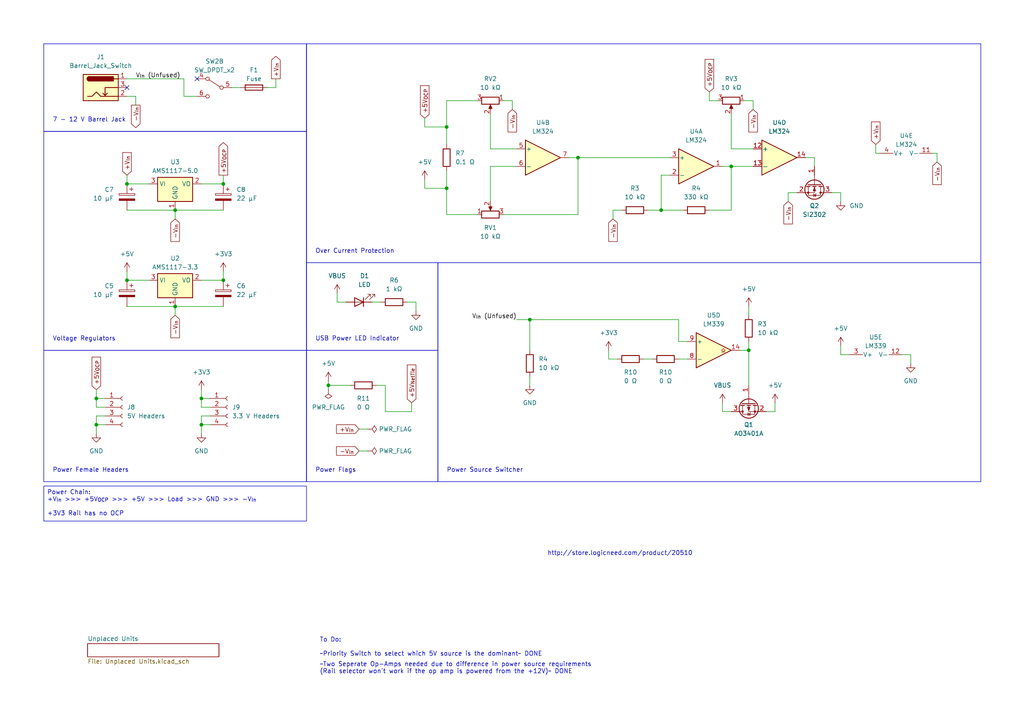
<source format=kicad_sch>
(kicad_sch (version 20230121) (generator eeschema)
  (paper "A4")
  (title_block (title "ATMEGA32A AVR Kit") (date "2023-12-22") (rev "C2.4") (company "Team Exotic") (comment 1 "Author: Morad Tamer"))
  (lib_symbols
    (symbol "Amplifier_Operational:LM324" (pin_names (offset 0.127))
      (property "Reference" "U" (at 0 5.08 0))
      (property "Value" "LM324" (at 0 -5.08 0))
      (symbol "LM324_1_1"
        (polyline (pts (xy -5.08 5.08) (xy 5.08 0) (xy -5.08 -5.08) (xy -5.08 5.08)) (stroke (width 0.254)) (fill (type background)))
        (pin output line (at 7.62 0 180) (length 2.54) (name "~") (number "1"))
        (pin input line (at -7.62 -2.54 0) (length 2.54) (name "-") (number "2"))
        (pin input line (at -7.62 2.54 0) (length 2.54) (name "+") (number "3"))
      )
      (symbol "LM324_2_1"
        (polyline (pts (xy -5.08 5.08) (xy 5.08 0) (xy -5.08 -5.08) (xy -5.08 5.08)) (stroke (width 0.254)) (fill (type background)))
        (pin input line (at -7.62 2.54 0) (length 2.54) (name "+") (number "5"))
        (pin input line (at -7.62 -2.54 0) (length 2.54) (name "-") (number "6"))
        (pin output line (at 7.62 0 180) (length 2.54) (name "~") (number "7"))
      )
      (symbol "LM324_3_1"
        (polyline (pts (xy -5.08 5.08) (xy 5.08 0) (xy -5.08 -5.08) (xy -5.08 5.08)) (stroke (width 0.254)) (fill (type background)))
        (pin input line (at -7.62 2.54 0) (length 2.54) (name "+") (number "10"))
        (pin output line (at 7.62 0 180) (length 2.54) (name "~") (number "8"))
        (pin input line (at -7.62 -2.54 0) (length 2.54) (name "-") (number "9"))
      )
      (symbol "LM324_4_1"
        (polyline (pts (xy -5.08 5.08) (xy 5.08 0) (xy -5.08 -5.08) (xy -5.08 5.08)) (stroke (width 0.254)) (fill (type background)))
        (pin input line (at -7.62 2.54 0) (length 2.54) (name "+") (number "12"))
        (pin input line (at -7.62 -2.54 0) (length 2.54) (name "-") (number "13"))
        (pin output line (at 7.62 0 180) (length 2.54) (name "~") (number "14"))
      )
      (symbol "LM324_5_1"
        (pin power_in line (at -2.54 -7.62 90) (length 3.81) (name "V-") (number "11"))
        (pin power_in line (at -2.54 7.62 270) (length 3.81) (name "V+") (number "4"))
      )
    )
    (symbol "Comparator:LM339" (pin_names (offset 0.127))
      (property "Reference" "U" (at 0 5.08 0))
      (property "Value" "LM339" (at 0 -5.08 0))
      (symbol "LM339_1_1"
        (polyline (pts (xy -5.08 5.08) (xy 5.08 0) (xy -5.08 -5.08) (xy -5.08 5.08)) (stroke (width 0.254)) (fill (type background)))
        (polyline (pts (xy 3.302 -0.508) (xy 2.794 -0.508) (xy 3.302 0) (xy 2.794 0.508) (xy 2.286 0) (xy 2.794 -0.508) (xy 2.286 -0.508)) (stroke (width 0.127)))
        (pin open_collector line (at 7.62 0 180) (length 2.54) (name "~") (number "2"))
        (pin input line (at -7.62 -2.54 0) (length 2.54) (name "-") (number "4"))
        (pin input line (at -7.62 2.54 0) (length 2.54) (name "+") (number "5"))
      )
      (symbol "LM339_2_1"
        (polyline (pts (xy -5.08 5.08) (xy 5.08 0) (xy -5.08 -5.08) (xy -5.08 5.08)) (stroke (width 0.254)) (fill (type background)))
        (polyline (pts (xy 3.302 -0.508) (xy 2.794 -0.508) (xy 3.302 0) (xy 2.794 0.508) (xy 2.286 0) (xy 2.794 -0.508) (xy 2.286 -0.508)) (stroke (width 0.127)))
        (pin open_collector line (at 7.62 0 180) (length 2.54) (name "~") (number "1"))
        (pin input line (at -7.62 -2.54 0) (length 2.54) (name "-") (number "6"))
        (pin input line (at -7.62 2.54 0) (length 2.54) (name "+") (number "7"))
      )
      (symbol "LM339_3_1"
        (polyline (pts (xy -5.08 5.08) (xy 5.08 0) (xy -5.08 -5.08) (xy -5.08 5.08)) (stroke (width 0.254)) (fill (type background)))
        (polyline (pts (xy 3.302 -0.508) (xy 2.794 -0.508) (xy 3.302 0) (xy 2.794 0.508) (xy 2.286 0) (xy 2.794 -0.508) (xy 2.286 -0.508)) (stroke (width 0.127)))
        (pin input line (at -7.62 -2.54 0) (length 2.54) (name "-") (number "10"))
        (pin input line (at -7.62 2.54 0) (length 2.54) (name "+") (number "11"))
        (pin open_collector line (at 7.62 0 180) (length 2.54) (name "~") (number "13"))
      )
      (symbol "LM339_4_1"
        (polyline (pts (xy -5.08 5.08) (xy 5.08 0) (xy -5.08 -5.08) (xy -5.08 5.08)) (stroke (width 0.254)) (fill (type background)))
        (polyline (pts (xy 3.302 -0.508) (xy 2.794 -0.508) (xy 3.302 0) (xy 2.794 0.508) (xy 2.286 0) (xy 2.794 -0.508) (xy 2.286 -0.508)) (stroke (width 0.127)))
        (pin open_collector line (at 7.62 0 180) (length 2.54) (name "~") (number "14"))
        (pin input line (at -7.62 -2.54 0) (length 2.54) (name "-") (number "8"))
        (pin input line (at -7.62 2.54 0) (length 2.54) (name "+") (number "9"))
      )
      (symbol "LM339_5_1"
        (pin power_in line (at -2.54 -7.62 90) (length 3.81) (name "V-") (number "12"))
        (pin power_in line (at -2.54 7.62 270) (length 3.81) (name "V+") (number "3"))
      )
    )
    (symbol "Connector:Barrel_Jack_Switch" (pin_names hide)
      (property "Reference" "J" (at 0 5.334 0))
      (property "Value" "Barrel_Jack_Switch" (at 0 -5.08 0))
      (symbol "Barrel_Jack_Switch_0_1"
        (rectangle (start -5.08 3.81) (end 5.08 -3.81) (stroke (width 0.254)) (fill (type background)))
        (arc (start -3.302 3.175) (mid -3.9343 2.54) (end -3.302 1.905) (stroke (width 0.254)))
        (arc (start -3.302 3.175) (mid -3.9343 2.54) (end -3.302 1.905) (stroke (width 0.254)) (fill (type outline)))
        (polyline (pts (xy 1.27 -2.286) (xy 1.905 -1.651)) (stroke (width 0.254)))
        (polyline (pts (xy 5.08 2.54) (xy 3.81 2.54)) (stroke (width 0.254)))
        (polyline (pts (xy 5.08 0) (xy 1.27 0) (xy 1.27 -2.286) (xy 0.635 -1.651)) (stroke (width 0.254)))
        (polyline (pts (xy -3.81 -2.54) (xy -2.54 -2.54) (xy -1.27 -1.27) (xy 0 -2.54) (xy 2.54 -2.54) (xy 5.08 -2.54)) (stroke (width 0.254)))
        (rectangle (start 3.683 3.175) (end -3.302 1.905) (stroke (width 0.254)) (fill (type outline)))
      )
      (symbol "Barrel_Jack_Switch_1_1"
        (pin passive line (at 7.62 2.54 180) (length 2.54) (name "~") (number "1"))
        (pin passive line (at 7.62 -2.54 180) (length 2.54) (name "~") (number "2"))
        (pin passive line (at 7.62 0 180) (length 2.54) (name "~") (number "3"))
      )
    )
    (symbol "Connector:Conn_01x04_Socket" (pin_names (offset 1.016) hide)
      (property "Reference" "J" (at 0 5.08 0))
      (property "Value" "Conn_01x04_Socket" (at 0 -7.62 0))
      (symbol "Conn_01x04_Socket_1_1"
        (arc (start 0 -4.572) (mid -0.5058 -5.08) (end 0 -5.588) (stroke (width 0.1524)))
        (arc (start 0 -2.032) (mid -0.5058 -2.54) (end 0 -3.048) (stroke (width 0.1524)))
        (polyline (pts (xy -1.27 -5.08) (xy -0.508 -5.08)) (stroke (width 0.1524)))
        (polyline (pts (xy -1.27 -2.54) (xy -0.508 -2.54)) (stroke (width 0.1524)))
        (polyline (pts (xy -1.27 0) (xy -0.508 0)) (stroke (width 0.1524)))
        (polyline (pts (xy -1.27 2.54) (xy -0.508 2.54)) (stroke (width 0.1524)))
        (arc (start 0 0.508) (mid -0.5058 0) (end 0 -0.508) (stroke (width 0.1524)))
        (arc (start 0 3.048) (mid -0.5058 2.54) (end 0 2.032) (stroke (width 0.1524)))
        (pin passive line (at -5.08 2.54 0) (length 3.81) (name "Pin_1") (number "1"))
        (pin passive line (at -5.08 0 0) (length 3.81) (name "Pin_2") (number "2"))
        (pin passive line (at -5.08 -2.54 0) (length 3.81) (name "Pin_3") (number "3"))
        (pin passive line (at -5.08 -5.08 0) (length 3.81) (name "Pin_4") (number "4"))
      )
    )
    (symbol "Device:C_Polarized" (pin_numbers hide) (pin_names (offset 0.254))
      (property "Reference" "C" (at 0.635 2.54 0))
      (property "Value" "C_Polarized" (at 0.635 -2.54 0))
      (symbol "C_Polarized_0_1"
        (rectangle (start -2.286 0.508) (end 2.286 1.016))
        (polyline (pts (xy -1.778 2.286) (xy -0.762 2.286)))
        (polyline (pts (xy -1.27 2.794) (xy -1.27 1.778)))
        (rectangle (start 2.286 -0.508) (end -2.286 -1.016) (fill (type outline)))
      )
      (symbol "C_Polarized_1_1"
        (pin passive line (at 0 3.81 270) (length 2.794) (name "~") (number "1"))
        (pin passive line (at 0 -3.81 90) (length 2.794) (name "~") (number "2"))
      )
    )
    (symbol "Device:Fuse" (pin_numbers hide) (pin_names (offset 0))
      (property "Reference" "F" (at 2.032 0 90))
      (property "Value" "Fuse" (at -1.905 0 90))
      (symbol "Fuse_0_1"
        (rectangle (start -0.762 -2.54) (end 0.762 2.54) (stroke (width 0.254)))
        (polyline (pts (xy 0 2.54) (xy 0 -2.54)))
      )
      (symbol "Fuse_1_1"
        (pin passive line (at 0 3.81 270) (length 1.27) (name "~") (number "1"))
        (pin passive line (at 0 -3.81 90) (length 1.27) (name "~") (number "2"))
      )
    )
    (symbol "Device:LED" (pin_numbers hide) (pin_names (offset 1.016) hide)
      (property "Reference" "D" (at 0 2.54 0))
      (property "Value" "LED" (at 0 -2.54 0))
      (symbol "LED_0_1"
        (polyline (pts (xy -1.27 -1.27) (xy -1.27 1.27)) (stroke (width 0.254)))
        (polyline (pts (xy -1.27 0) (xy 1.27 0)))
        (polyline (pts (xy 1.27 -1.27) (xy 1.27 1.27) (xy -1.27 0) (xy 1.27 -1.27)) (stroke (width 0.254)))
        (polyline (pts (xy -3.048 -0.762) (xy -4.572 -2.286) (xy -3.81 -2.286) (xy -4.572 -2.286) (xy -4.572 -1.524)))
        (polyline (pts (xy -1.778 -0.762) (xy -3.302 -2.286) (xy -2.54 -2.286) (xy -3.302 -2.286) (xy -3.302 -1.524)))
      )
      (symbol "LED_1_1"
        (pin passive line (at -3.81 0 0) (length 2.54) (name "K") (number "1"))
        (pin passive line (at 3.81 0 180) (length 2.54) (name "A") (number "2"))
      )
    )
    (symbol "Device:R" (pin_numbers hide) (pin_names (offset 0))
      (property "Reference" "R" (at 2.032 0 90))
      (property "Value" "R" (at 0 0 90))
      (symbol "R_0_1"
        (rectangle (start -1.016 -2.54) (end 1.016 2.54) (stroke (width 0.254)))
      )
      (symbol "R_1_1"
        (pin passive line (at 0 3.81 270) (length 1.27) (name "~") (number "1"))
        (pin passive line (at 0 -3.81 90) (length 1.27) (name "~") (number "2"))
      )
    )
    (symbol "Device:R_Potentiometer" (pin_names (offset 1.016) hide)
      (property "Reference" "RV" (at -4.445 0 90))
      (property "Value" "R_Potentiometer" (at -2.54 0 90))
      (symbol "R_Potentiometer_0_1"
        (polyline (pts (xy 2.54 0) (xy 1.524 0)))
        (polyline (pts (xy 1.143 0) (xy 2.286 0.508) (xy 2.286 -0.508) (xy 1.143 0)) (fill (type outline)))
        (rectangle (start 1.016 2.54) (end -1.016 -2.54) (stroke (width 0.254)))
      )
      (symbol "R_Potentiometer_1_1"
        (pin passive line (at 0 3.81 270) (length 1.27) (name "1") (number "1"))
        (pin passive line (at 3.81 0 180) (length 1.27) (name "2") (number "2"))
        (pin passive line (at 0 -3.81 90) (length 1.27) (name "3") (number "3"))
      )
    )
    (symbol "M's Library:SI2302" (pin_names hide)
      (property "Reference" "Q" (at 5.08 1.905 0))
      (property "Value" "SI2302" (at 5.08 0 0))
      (symbol "SI2302_0_1"
        (polyline (pts (xy 0.254 0) (xy -2.54 0)))
        (polyline (pts (xy 0.254 1.905) (xy 0.254 -1.905)) (stroke (width 0.254)))
        (polyline (pts (xy 0.762 -1.27) (xy 0.762 -2.286)) (stroke (width 0.254)))
        (polyline (pts (xy 0.762 0.508) (xy 0.762 -0.508)) (stroke (width 0.254)))
        (polyline (pts (xy 0.762 2.286) (xy 0.762 1.27)) (stroke (width 0.254)))
        (polyline (pts (xy 2.54 2.54) (xy 2.54 1.778)))
        (polyline (pts (xy 2.54 -2.54) (xy 2.54 0) (xy 0.762 0)))
        (polyline (pts (xy 0.762 -1.778) (xy 3.302 -1.778) (xy 3.302 1.778) (xy 0.762 1.778)))
        (polyline (pts (xy 1.016 0) (xy 2.032 0.381) (xy 2.032 -0.381) (xy 1.016 0)) (fill (type outline)))
        (polyline (pts (xy 2.794 0.508) (xy 2.921 0.381) (xy 3.683 0.381) (xy 3.81 0.254)))
        (polyline (pts (xy 3.302 0.381) (xy 2.921 -0.254) (xy 3.683 -0.254) (xy 3.302 0.381)))
        (circle (center 1.651 0) (radius 2.794) (stroke (width 0.254)))
        (circle (center 2.54 -1.778) (radius 0.254) (fill (type outline)))
        (circle (center 2.54 1.778) (radius 0.254) (fill (type outline)))
      )
      (symbol "SI2302_1_1"
        (pin input line (at -5.08 0 0) (length 2.54) (name "G") (number "1"))
        (pin passive line (at 2.54 -5.08 90) (length 2.54) (name "S") (number "2"))
        (pin passive line (at 2.54 5.08 270) (length 2.54) (name "D") (number "3"))
      )
    )
    (symbol "Regulator_Linear:AMS1117-3.3"
      (property "Reference" "U" (at -3.81 3.175 0))
      (property "Value" "AMS1117-3.3" (at 0 3.175 0))
      (symbol "AMS1117-3.3_0_1"
        (rectangle (start -5.08 -5.08) (end 5.08 1.905) (stroke (width 0.254)) (fill (type background)))
      )
      (symbol "AMS1117-3.3_1_1"
        (pin power_in line (at 0 -7.62 90) (length 2.54) (name "GND") (number "1"))
        (pin power_out line (at 7.62 0 180) (length 2.54) (name "VO") (number "2"))
        (pin power_in line (at -7.62 0 0) (length 2.54) (name "VI") (number "3"))
      )
    )
    (symbol "Regulator_Linear:AMS1117-5.0"
      (property "Reference" "U" (at -3.81 3.175 0))
      (property "Value" "AMS1117-5.0" (at 0 3.175 0))
      (symbol "AMS1117-5.0_0_1"
        (rectangle (start -5.08 -5.08) (end 5.08 1.905) (stroke (width 0.254)) (fill (type background)))
      )
      (symbol "AMS1117-5.0_1_1"
        (pin power_in line (at 0 -7.62 90) (length 2.54) (name "GND") (number "1"))
        (pin power_out line (at 7.62 0 180) (length 2.54) (name "VO") (number "2"))
        (pin power_in line (at -7.62 0 0) (length 2.54) (name "VI") (number "3"))
      )
    )
    (symbol "Switch:SW_DPDT_x2" (pin_names (offset 0) hide)
      (property "Reference" "SW" (at 0 4.318 0))
      (property "Value" "SW_DPDT_x2" (at 0 -5.08 0))
      (symbol "SW_DPDT_x2_0_0"
        (circle (center -2.032 0) (radius 0.508))
        (circle (center 2.032 -2.54) (radius 0.508))
      )
      (symbol "SW_DPDT_x2_0_1"
        (polyline (pts (xy -1.524 0.254) (xy 1.651 2.286)))
        (circle (center 2.032 2.54) (radius 0.508))
      )
      (symbol "SW_DPDT_x2_1_1"
        (pin passive line (at 5.08 2.54 180) (length 2.54) (name "A") (number "1"))
        (pin passive line (at -5.08 0 0) (length 2.54) (name "B") (number "2"))
        (pin passive line (at 5.08 -2.54 180) (length 2.54) (name "C") (number "3"))
      )
      (symbol "SW_DPDT_x2_2_1"
        (pin passive line (at 5.08 2.54 180) (length 2.54) (name "A") (number "4"))
        (pin passive line (at -5.08 0 0) (length 2.54) (name "B") (number "5"))
        (pin passive line (at 5.08 -2.54 180) (length 2.54) (name "C") (number "6"))
      )
    )
    (symbol "Transistor_FET:AO3401A" (pin_names hide)
      (property "Reference" "Q" (at 5.08 1.905 0))
      (property "Value" "AO3401A" (at 5.08 0 0))
      (symbol "AO3401A_0_1"
        (polyline (pts (xy 0.254 0) (xy -2.54 0)))
        (polyline (pts (xy 0.254 1.905) (xy 0.254 -1.905)) (stroke (width 0.254)))
        (polyline (pts (xy 0.762 -1.27) (xy 0.762 -2.286)) (stroke (width 0.254)))
        (polyline (pts (xy 0.762 0.508) (xy 0.762 -0.508)) (stroke (width 0.254)))
        (polyline (pts (xy 0.762 2.286) (xy 0.762 1.27)) (stroke (width 0.254)))
        (polyline (pts (xy 2.54 2.54) (xy 2.54 1.778)))
        (polyline (pts (xy 2.54 -2.54) (xy 2.54 0) (xy 0.762 0)))
        (polyline (pts (xy 0.762 1.778) (xy 3.302 1.778) (xy 3.302 -1.778) (xy 0.762 -1.778)))
        (polyline (pts (xy 2.286 0) (xy 1.27 0.381) (xy 1.27 -0.381) (xy 2.286 0)) (fill (type outline)))
        (polyline (pts (xy 2.794 -0.508) (xy 2.921 -0.381) (xy 3.683 -0.381) (xy 3.81 -0.254)))
        (polyline (pts (xy 3.302 -0.381) (xy 2.921 0.254) (xy 3.683 0.254) (xy 3.302 -0.381)))
        (circle (center 1.651 0) (radius 2.794) (stroke (width 0.254)))
        (circle (center 2.54 -1.778) (radius 0.254) (fill (type outline)))
        (circle (center 2.54 1.778) (radius 0.254) (fill (type outline)))
      )
      (symbol "AO3401A_1_1"
        (pin input line (at -5.08 0 0) (length 2.54) (name "G") (number "1"))
        (pin passive line (at 2.54 -5.08 90) (length 2.54) (name "S") (number "2"))
        (pin passive line (at 2.54 5.08 270) (length 2.54) (name "D") (number "3"))
      )
    )
    (symbol "power:+3V3" (power) (pin_names (offset 0))
      (property "Value" "+3V3" (at 0 3.556 0))
      (symbol "+3V3_0_1"
        (polyline (pts (xy -0.762 1.27) (xy 0 2.54)))
        (polyline (pts (xy 0 0) (xy 0 2.54)))
        (polyline (pts (xy 0 2.54) (xy 0.762 1.27)))
      )
      (symbol "+3V3_1_1"
        (pin power_in line (at 0 0 90) (length 0) hide (name "+3V3") (number "1"))
      )
    )
    (symbol "power:+5V" (power) (pin_names (offset 0))
      (property "Value" "+5V" (at 0 3.556 0))
      (symbol "+5V_0_1"
        (polyline (pts (xy -0.762 1.27) (xy 0 2.54)))
        (polyline (pts (xy 0 0) (xy 0 2.54)))
        (polyline (pts (xy 0 2.54) (xy 0.762 1.27)))
      )
      (symbol "+5V_1_1"
        (pin power_in line (at 0 0 90) (length 0) hide (name "+5V") (number "1"))
      )
    )
    (symbol "power:GND" (power) (pin_names (offset 0))
      (property "Value" "GND" (at 0 -3.81 0))
      (symbol "GND_0_1"
        (polyline (pts (xy 0 0) (xy 0 -1.27) (xy 1.27 -1.27) (xy 0 -2.54) (xy -1.27 -1.27) (xy 0 -1.27)))
      )
      (symbol "GND_1_1"
        (pin power_in line (at 0 0 270) (length 0) hide (name "GND") (number "1"))
      )
    )
    (symbol "power:PWR_FLAG" (power) (pin_numbers hide) (pin_names (offset 0) hide)
      (property "Value" "PWR_FLAG" (at 0 3.81 0))
      (symbol "PWR_FLAG_0_0"
        (pin power_out line (at 0 0 90) (length 0) (name "pwr") (number "1"))
      )
      (symbol "PWR_FLAG_0_1"
        (polyline (pts (xy 0 0) (xy 0 1.27) (xy -1.016 1.905) (xy 0 2.54) (xy 1.016 1.905) (xy 0 1.27)))
      )
    )
    (symbol "power:VBUS" (power) (pin_names (offset 0))
      (property "Value" "VBUS" (at 0 3.81 0))
      (symbol "VBUS_0_1"
        (polyline (pts (xy -0.762 1.27) (xy 0 2.54)))
        (polyline (pts (xy 0 0) (xy 0 2.54)))
        (polyline (pts (xy 0 2.54) (xy 0.762 1.27)))
      )
      (symbol "VBUS_1_1"
        (pin power_in line (at 0 0 90) (length 0) hide (name "VBUS") (number "1"))
      )
    )
  )
  (junction (at 64.77 53.34))
  (junction (at 153.67 92.71))
  (junction (at 129.54 54.61))
  (junction (at 58.42 123.19))
  (junction (at 50.8 88.9))
  (junction (at 58.42 115.57))
  (junction (at 191.77 60.96))
  (junction (at 212.09 48.26))
  (junction (at 50.8 60.96))
  (junction (at 95.25 111.76))
  (junction (at 36.83 53.34))
  (junction (at 27.94 123.19))
  (junction (at 64.77 81.28))
  (junction (at 129.54 36.83))
  (junction (at 27.94 115.57))
  (junction (at 167.64 45.72))
  (junction (at 217.17 101.6))
  (junction (at 36.83 81.28))
  (no_connect (at 57.15 22.86))
  (no_connect (at 36.83 25.4))
  (wire (pts (xy 254 41.91) (xy 254 44.45)))
  (wire (pts (xy 255.27 44.45) (xy 254 44.45)))
  (wire (pts (xy 212.09 48.26) (xy 218.44 48.26)))
  (wire (pts (xy 148.59 31.75) (xy 148.59 29.21)))
  (wire (pts (xy 142.24 33.02) (xy 142.24 43.18)))
  (wire (pts (xy 69.85 25.4) (xy 67.31 25.4)))
  (wire (pts (xy 176.53 104.14) (xy 179.07 104.14)))
  (wire (pts (xy 36.83 88.9) (xy 50.8 88.9)))
  (wire (pts (xy 58.42 120.65) (xy 58.42 123.19)))
  (wire (pts (xy 95.25 110.49) (xy 95.25 111.76)))
  (wire (pts (xy 129.54 29.21) (xy 129.54 36.83)))
  (wire (pts (xy 205.74 29.21) (xy 208.28 29.21)))
  (wire (pts (xy 243.84 100.33) (xy 243.84 102.87)))
  (wire (pts (xy 224.79 116.84) (xy 224.79 119.38)))
  (wire (pts (xy 58.42 120.65) (xy 60.96 120.65)))
  (wire (pts (xy 236.22 48.26) (xy 236.22 45.72)))
  (wire (pts (xy 60.96 118.11) (xy 58.42 118.11)))
  (wire (pts (xy 205.74 60.96) (xy 212.09 60.96)))
  (wire (pts (xy 58.42 118.11) (xy 58.42 115.57)))
  (wire (pts (xy 36.83 50.8) (xy 36.83 53.34)))
  (wire (pts (xy 129.54 36.83) (xy 129.54 41.91)))
  (wire (pts (xy 97.79 85.09) (xy 97.79 87.63)))
  (wire (pts (xy 104.14 124.46) (xy 106.68 124.46)))
  (wire (pts (xy 58.42 81.28) (xy 64.77 81.28)))
  (wire (pts (xy 77.47 25.4) (xy 80.01 25.4)))
  (wire (pts (xy 53.34 22.86) (xy 53.34 27.94)))
  (wire (pts (xy 53.34 27.94) (xy 57.15 27.94)))
  (wire (pts (xy 243.84 102.87) (xy 246.38 102.87)))
  (wire (pts (xy 111.76 111.76) (xy 111.76 119.38)))
  (wire (pts (xy 36.83 22.86) (xy 53.34 22.86)))
  (wire (pts (xy 241.3 55.88) (xy 243.84 55.88)))
  (wire (pts (xy 58.42 53.34) (xy 64.77 53.34)))
  (wire (pts (xy 261.62 102.87) (xy 264.16 102.87)))
  (wire (pts (xy 129.54 29.21) (xy 138.43 29.21)))
  (wire (pts (xy 236.22 45.72) (xy 233.68 45.72)))
  (wire (pts (xy 212.09 43.18) (xy 218.44 43.18)))
  (wire (pts (xy 50.8 60.96) (xy 50.8 63.5)))
  (wire (pts (xy 142.24 43.18) (xy 149.86 43.18)))
  (wire (pts (xy 27.94 118.11) (xy 30.48 118.11)))
  (wire (pts (xy 120.65 87.63) (xy 120.65 90.17)))
  (wire (pts (xy 217.17 101.6) (xy 217.17 111.76)))
  (wire (pts (xy 50.8 60.96) (xy 64.77 60.96)))
  (wire (pts (xy 119.38 116.84) (xy 119.38 119.38)))
  (wire (pts (xy 198.12 60.96) (xy 191.77 60.96)))
  (wire (pts (xy 167.64 45.72) (xy 194.31 45.72)))
  (wire (pts (xy 177.8 60.96) (xy 177.8 63.5)))
  (wire (pts (xy 177.8 60.96) (xy 180.34 60.96)))
  (wire (pts (xy 218.44 29.21) (xy 218.44 31.75)))
  (wire (pts (xy 36.83 53.34) (xy 43.18 53.34)))
  (wire (pts (xy 191.77 50.8) (xy 194.31 50.8)))
  (wire (pts (xy 167.64 62.23) (xy 167.64 45.72)))
  (wire (pts (xy 215.9 29.21) (xy 218.44 29.21)))
  (wire (pts (xy 264.16 102.87) (xy 264.16 105.41)))
  (wire (pts (xy 228.6 58.42) (xy 228.6 55.88)))
  (wire (pts (xy 39.37 27.94) (xy 36.83 27.94)))
  (wire (pts (xy 107.95 87.63) (xy 110.49 87.63)))
  (wire (pts (xy 80.01 22.86) (xy 80.01 25.4)))
  (wire (pts (xy 196.85 92.71) (xy 196.85 99.06)))
  (wire (pts (xy 60.96 115.57) (xy 58.42 115.57)))
  (wire (pts (xy 217.17 99.06) (xy 217.17 101.6)))
  (wire (pts (xy 176.53 101.6) (xy 176.53 104.14)))
  (wire (pts (xy 153.67 111.76) (xy 153.67 109.22)))
  (wire (pts (xy 123.19 52.07) (xy 123.19 54.61)))
  (wire (pts (xy 36.83 78.74) (xy 36.83 81.28)))
  (wire (pts (xy 27.94 120.65) (xy 30.48 120.65)))
  (wire (pts (xy 39.37 27.94) (xy 39.37 30.48)))
  (wire (pts (xy 142.24 48.26) (xy 142.24 58.42)))
  (wire (pts (xy 36.83 60.96) (xy 50.8 60.96)))
  (wire (pts (xy 209.55 48.26) (xy 212.09 48.26)))
  (wire (pts (xy 95.25 111.76) (xy 95.25 113.03)))
  (wire (pts (xy 142.24 48.26) (xy 149.86 48.26)))
  (wire (pts (xy 27.94 115.57) (xy 27.94 118.11)))
  (wire (pts (xy 27.94 123.19) (xy 27.94 120.65)))
  (wire (pts (xy 209.55 116.84) (xy 209.55 119.38)))
  (wire (pts (xy 224.79 119.38) (xy 222.25 119.38)))
  (wire (pts (xy 111.76 111.76) (xy 109.22 111.76)))
  (wire (pts (xy 60.96 123.19) (xy 58.42 123.19)))
  (wire (pts (xy 271.78 44.45) (xy 271.78 46.99)))
  (wire (pts (xy 95.25 111.76) (xy 101.6 111.76)))
  (wire (pts (xy 64.77 50.8) (xy 64.77 53.34)))
  (wire (pts (xy 191.77 60.96) (xy 191.77 50.8)))
  (wire (pts (xy 111.76 119.38) (xy 119.38 119.38)))
  (wire (pts (xy 58.42 123.19) (xy 58.42 125.73)))
  (wire (pts (xy 27.94 113.03) (xy 27.94 115.57)))
  (wire (pts (xy 50.8 88.9) (xy 64.77 88.9)))
  (wire (pts (xy 214.63 101.6) (xy 217.17 101.6)))
  (wire (pts (xy 167.64 45.72) (xy 165.1 45.72)))
  (wire (pts (xy 36.83 81.28) (xy 43.18 81.28)))
  (wire (pts (xy 64.77 78.74) (xy 64.77 81.28)))
  (wire (pts (xy 50.8 88.9) (xy 50.8 91.44)))
  (wire (pts (xy 187.96 60.96) (xy 191.77 60.96)))
  (wire (pts (xy 196.85 99.06) (xy 199.39 99.06)))
  (wire (pts (xy 129.54 62.23) (xy 129.54 54.61)))
  (wire (pts (xy 129.54 49.53) (xy 129.54 54.61)))
  (wire (pts (xy 212.09 60.96) (xy 212.09 48.26)))
  (wire (pts (xy 129.54 62.23) (xy 138.43 62.23)))
  (wire (pts (xy 146.05 62.23) (xy 167.64 62.23)))
  (wire (pts (xy 27.94 115.57) (xy 30.48 115.57)))
  (wire (pts (xy 186.69 104.14) (xy 189.23 104.14)))
  (wire (pts (xy 27.94 125.73) (xy 27.94 123.19)))
  (wire (pts (xy 205.74 26.67) (xy 205.74 29.21)))
  (wire (pts (xy 217.17 88.9) (xy 217.17 91.44)))
  (wire (pts (xy 27.94 123.19) (xy 30.48 123.19)))
  (wire (pts (xy 243.84 55.88) (xy 243.84 58.42)))
  (wire (pts (xy 146.05 29.21) (xy 148.59 29.21)))
  (wire (pts (xy 209.55 119.38) (xy 212.09 119.38)))
  (wire (pts (xy 149.86 92.71) (xy 153.67 92.71)))
  (wire (pts (xy 270.51 44.45) (xy 271.78 44.45)))
  (wire (pts (xy 123.19 36.83) (xy 129.54 36.83)))
  (wire (pts (xy 212.09 33.02) (xy 212.09 43.18)))
  (wire (pts (xy 123.19 34.29) (xy 123.19 36.83)))
  (wire (pts (xy 104.14 130.81) (xy 106.68 130.81)))
  (wire (pts (xy 196.85 104.14) (xy 199.39 104.14)))
  (wire (pts (xy 228.6 55.88) (xy 231.14 55.88)))
  (wire (pts (xy 153.67 92.71) (xy 153.67 101.6)))
  (wire (pts (xy 58.42 113.03) (xy 58.42 115.57)))
  (wire (pts (xy 118.11 87.63) (xy 120.65 87.63)))
  (wire (pts (xy 97.79 87.63) (xy 100.33 87.63)))
  (wire (pts (xy 129.54 54.61) (xy 123.19 54.61)))
  (wire (pts (xy 153.67 92.71) (xy 196.85 92.71)))
  (rectangle (start 12.7 101.6) (end 88.9 139.7))
  (rectangle (start 12.7 38.1) (end 88.9 101.6))
  (rectangle (start 88.9 101.6) (end 127 139.7))
  (rectangle (start 127 76.2) (end 284.48 139.7))
  (rectangle (start 88.9 76.2) (end 127 101.6))
  (rectangle (start 88.9 12.7) (end 284.48 76.2))
  (rectangle (start 12.7 12.7) (end 88.9 38.1))
  (text_box "Power Chain:\n+V_{In} >>> +5V_{OCP} >>> +5V >>> Load >>> GND >>> -V_{In}\n\n+3V3 Rail has no OCP" (at 12.7 140.97 0) (size 76.2 10.16) (effects (font (size 1.27 1.27)) (justify left top)))
  (text "Power Female Headers" (at 15.24 137.16 0) (effects (font (size 1.27 1.27)) (justify left bottom)))
  (text "7 - 12 V Barrel Jack" (at 15.24 35.56 0) (effects (font (size 1.27 1.27)) (justify left bottom)))
  (text "http://store.logicneed.com/product/20510" (at 158.75 161.29 0) (effects (font (size 1.27 1.27)) (justify left bottom)))
  (text "USB Power LED Indicator" (at 91.44 99.06 0) (effects (font (size 1.27 1.27)) (justify left bottom)))
  (text "Power Source Switcher" (at 129.54 137.16 0) (effects (font (size 1.27 1.27)) (justify left bottom)))
  (text "Power Flags" (at 91.44 137.16 0) (effects (font (size 1.27 1.27)) (justify left bottom)))
  (text "~Two Seperate Op-Amps needed due to difference in power source requirements\n(Rail selector won't work if the op amp is powered from the +12V)~ DONE" (at 92.71 195.58 0) (effects (font (size 1.27 1.27)) (justify left bottom)))
  (text "Over Current Protection" (at 91.44 73.66 0) (effects (font (size 1.27 1.27)) (justify left bottom)))
  (text "Voltage Regulators" (at 15.24 99.06 0) (effects (font (size 1.27 1.27)) (justify left bottom)))
  (text "To Do:\n\n~Priority Switch to select which 5V source is the dominant~ DONE" (at 92.71 190.5 0) (effects (font (size 1.27 1.27)) (justify left bottom)))
  (label "V_{In} (Unfused)" (at 149.86 92.71 180))
  (label "V_{In} (Unfused)" (at 39.37 22.86 0))
  (global_label "+5V_{NetTie}" (shape input) (at 119.38 116.84 90) (property "Intersheetrefs" "${INTERSHEET_REFS}" (effects hide)))
  (global_label "-V_{In}" (shape input) (at 50.8 63.5 270) (property "Intersheetrefs" "${INTERSHEET_REFS}" (effects hide)))
  (global_label "-V_{In}" (shape input) (at 228.6 58.42 270) (property "Intersheetrefs" "${INTERSHEET_REFS}" (effects hide)))
  (global_label "-V_{In}" (shape input) (at 271.78 46.99 270) (property "Intersheetrefs" "${INTERSHEET_REFS}" (effects hide)))
  (global_label "-V_{In}" (shape input) (at 104.14 130.81 180) (property "Intersheetrefs" "${INTERSHEET_REFS}" (effects hide)))
  (global_label "-V_{In}" (shape output) (at 39.37 30.48 270) (property "Intersheetrefs" "${INTERSHEET_REFS}" (effects hide)))
  (global_label "+V_{In}" (shape input) (at 104.14 124.46 180) (property "Intersheetrefs" "${INTERSHEET_REFS}" (effects hide)))
  (global_label "+5V_{OCP}" (shape output) (at 64.77 50.8 90) (property "Intersheetrefs" "${INTERSHEET_REFS}" (effects hide)))
  (global_label "-V_{In}" (shape input) (at 177.8 63.5 270) (property "Intersheetrefs" "${INTERSHEET_REFS}" (effects hide)))
  (global_label "+V_{In}" (shape input) (at 254 41.91 90) (property "Intersheetrefs" "${INTERSHEET_REFS}" (effects hide)))
  (global_label "-V_{In}" (shape input) (at 218.44 31.75 270) (property "Intersheetrefs" "${INTERSHEET_REFS}" (effects hide)))
  (global_label "+V_{In}" (shape output) (at 80.01 22.86 90) (property "Intersheetrefs" "${INTERSHEET_REFS}" (effects hide)))
  (global_label "-V_{In}" (shape input) (at 50.8 91.44 270) (property "Intersheetrefs" "${INTERSHEET_REFS}" (effects hide)))
  (global_label "+5V_{OCP}" (shape input) (at 123.19 34.29 90) (property "Intersheetrefs" "${INTERSHEET_REFS}" (effects hide)))
  (global_label "+5V_{OCP}" (shape input) (at 205.74 26.67 90) (property "Intersheetrefs" "${INTERSHEET_REFS}" (effects hide)))
  (global_label "-V_{In}" (shape input) (at 148.59 31.75 270) (property "Intersheetrefs" "${INTERSHEET_REFS}" (effects hide)))
  (global_label "+5V_{OCP}" (shape input) (at 27.94 113.03 90) (property "Intersheetrefs" "${INTERSHEET_REFS}" (effects hide)))
  (global_label "+V_{In}" (shape input) (at 36.83 50.8 90) (property "Intersheetrefs" "${INTERSHEET_REFS}" (effects hide)))
  (symbol (lib_id "Device:R_Potentiometer") (at 212.09 29.21 270) (unit 1)
    (property "Reference" "RV3" (at 212.09 22.86 90))
    (property "Value" "10 kΩ" (at 212.09 25.4 90))
    (property "Footprint" "Potentiometer_THT:Potentiometer_Bourns_3296W_Vertical" (effects hide))
    (property "Local Seller" "https://makerselectronics.com/product/trimmer-potentiometer-multiturn-10k%cf%89-3296w-1-103" (effects hide))
  )
  (symbol (lib_id "Amplifier_Operational:LM324") (at 201.93 48.26 0) (unit 1)
    (property "Reference" "U4" (at 201.93 38.1 0))
    (property "Value" "LM324" (at 201.93 40.64 0))
    (property "Footprint" "Package_SO:SO-14_3.9x8.65mm_P1.27mm" (effects hide))
    (property "Datasheet" "http://www.ti.com/lit/ds/symlink/lm2902-n.pdf" (effects hide))
    (property "Local Seller" "https://makerselectronics.com/product/lm324-sop-14-operational-amplifier-smd" (effects hide))
  )
  (symbol (lib_id "power:+3V3") (at 58.42 113.03 0) (unit 1)
    (property "Reference" "#PWR013" (effects hide))
    (property "Value" "+3V3" (at 58.42 107.95 0))
  )
  (symbol (lib_id "power:+5V") (at 243.84 100.33 0) (unit 1)
    (property "Reference" "#PWR028" (effects hide))
    (property "Value" "+5V" (at 243.84 95.25 0))
  )
  (symbol (lib_id "Device:R") (at 129.54 45.72 180) (unit 1)
    (property "Reference" "R7" (at 132.08 44.45 0) (effects (justify right)))
    (property "Value" "0.1 Ω" (at 132.08 46.99 0) (effects (justify right)))
    (property "Footprint" "Resistor_SMD:R_1206_3216Metric_Pad1.30x1.75mm_HandSolder" (effects hide))
  )
  (symbol (lib_id "power:+3V3") (at 64.77 78.74 0) (unit 1)
    (property "Reference" "#PWR011" (effects hide))
    (property "Value" "+3V3" (at 64.77 73.66 0))
  )
  (symbol (lib_id "Regulator_Linear:AMS1117-5.0") (at 50.8 53.34 0) (unit 1)
    (property "Reference" "U3" (at 50.8 46.99 0))
    (property "Value" "AMS1117-5.0" (at 50.8 49.53 0))
    (property "Footprint" "Package_TO_SOT_SMD:SOT-223-3_TabPin2" (effects hide))
    (property "Datasheet" "http://www.advanced-monolithic.com/pdf/ds1117.pdf" (effects hide))
    (property "Local Seller" "https://makerselectronics.com/product/ams1117-5v-smd-fixed-12v-5v-800ma-sot-223-dropout-regulators" (effects hide))
    (instances (project "[EXOTIC] AVR Kit" (path "" (reference "U3") (unit 1)) (path "" (reference "U2") (unit 1))))
  )
  (symbol (lib_id "power:GND") (at 120.65 90.17 0) (unit 1)
    (property "Reference" "#PWR012" (effects hide))
    (property "Value" "GND" (at 120.65 95.25 0))
    (instances (project "[EXOTIC] AVR Kit" (path "" (reference "#PWR012") (unit 1)) (path "" (reference "#PWR026") (unit 1))))
  )
  (symbol (lib_id "power:+5V") (at 36.83 78.74 0) (unit 1)
    (property "Reference" "#PWR027" (effects hide))
    (property "Value" "+5V" (at 36.83 73.66 0))
  )
  (symbol (lib_id "Transistor_FET:AO3401A") (at 217.17 116.84 90) (mirror x) (unit 1)
    (property "Reference" "Q1" (at 217.17 123.19 90))
    (property "Value" "AO3401A" (at 217.17 125.73 90))
    (property "Footprint" "Package_TO_SOT_SMD:SOT-23_Handsoldering" (effects hide))
    (property "Datasheet" "http://www.aosmd.com/pdfs/datasheet/AO3401A.pdf" (effects hide))
    (property "Local Seller" "https://makerselectronics.com/product/ao3401-30v-4-2a-65m%cf%8910v4-2a-350mw-p-channel-sot-23to-236-mosfet-smd" (effects hide))
  )
  (symbol (lib_id "Comparator:LM339") (at 207.01 101.6 0) (unit 4)
    (property "Reference" "U5" (at 207.01 91.44 0))
    (property "Value" "LM339" (at 207.01 93.98 0))
    (property "Footprint" "Package_SO:SOIC-14_3.9x8.7mm_P1.27mm" (effects hide))
    (property "Datasheet" "https://www.st.com/resource/en/datasheet/lm139.pdf" (effects hide))
    (property "Local Seller" "https://makerselectronics.com/product/lm339d-5mv-0-25ua-4-soic-14-comparator-smd-ic" (effects hide))
    (instances (project "[EXOTIC] AVR Kit" (path "" (reference "U5") (unit 4)) (path "" (reference "U5") (unit 1))))
  )
  (symbol (lib_id "power:GND") (at 58.42 125.73 0) (unit 1)
    (property "Reference" "#PWR012" (effects hide))
    (property "Value" "GND" (at 58.42 130.81 0))
    (instances (project "[EXOTIC] AVR Kit" (path "" (reference "#PWR012") (unit 1)) (path "" (reference "#PWR033") (unit 1))))
  )
  (symbol (lib_id "Device:Fuse") (at 73.66 25.4 90) (unit 1)
    (property "Reference" "F1" (at 73.66 20.32 90))
    (property "Value" "Fuse" (at 73.66 22.86 90))
    (property "Footprint" "M's Library:Fuseholder_with_Cover_5x20mm_Horizontal" (effects hide))
    (property "Local Seller" "https://makerselectronics.com/product/fuse-holder-5mm-x-20mm-pcb-mount-blx-a" (effects hide))
  )
  (symbol (lib_id "power:GND") (at 27.94 125.73 0) (unit 1)
    (property "Reference" "#PWR012" (effects hide))
    (property "Value" "GND" (at 27.94 130.81 0))
    (instances (project "[EXOTIC] AVR Kit" (path "" (reference "#PWR012") (unit 1)) (path "" (reference "#PWR032") (unit 1))))
  )
  (symbol (lib_id "power:VBUS") (at 97.79 85.09 0) (unit 1)
    (property "Reference" "#PWR025" (effects hide))
    (property "Value" "VBUS" (at 97.79 80.01 0))
  )
  (symbol (lib_id "power:+5V") (at 123.19 52.07 0) (unit 1)
    (property "Reference" "#PWR014" (effects hide))
    (property "Value" "+5V" (at 123.19 46.99 0))
  )
  (symbol (lib_id "Device:R") (at 114.3 87.63 90) (unit 1)
    (property "Reference" "R6" (at 114.3 81.28 90))
    (property "Value" "1 kΩ" (at 114.3 83.82 90))
    (property "Footprint" "Resistor_SMD:R_1206_3216Metric_Pad1.30x1.75mm_HandSolder" (effects hide))
    (property "Local Seller" "https://makerselectronics.com/product/chip-resistor-smd-1k%cf%89-%c2%b11-0-25w-%c2%b1100ppm-%e2%84%83-1206" (effects hide))
  )
  (symbol (lib_id "Device:C_Polarized") (at 36.83 57.15 0) (mirror y) (unit 1)
    (property "Reference" "C7" (at 33.02 54.991 0) (effects (justify left)))
    (property "Value" "10 µF" (at 33.02 57.531 0) (effects (justify left)))
    (property "Footprint" "Capacitor_SMD:C_1206_3216Metric_Pad1.33x1.80mm_HandSolder" (effects hide))
    (property "Local Seller" "https://makerselectronics.com/product/multilayer-ceramic-capacitors-mlcc-smd-smt-10uf-25v-x5r-%c2%b110-1206" (effects hide))
    (instances (project "[EXOTIC] AVR Kit" (path "" (reference "C7") (unit 1)) (path "" (reference "C6") (unit 1))))
  )
  (symbol (lib_id "power:+5V") (at 95.25 110.49 0) (unit 1)
    (property "Reference" "#PWR015" (effects hide))
    (property "Value" "+5V" (at 95.25 105.41 0))
  )
  (symbol (lib_id "Regulator_Linear:AMS1117-3.3") (at 50.8 81.28 0) (unit 1)
    (property "Reference" "U2" (at 50.8 74.93 0))
    (property "Value" "AMS1117-3.3" (at 50.8 77.47 0))
    (property "Footprint" "Package_TO_SOT_SMD:SOT-223-3_TabPin2" (effects hide))
    (property "Datasheet" "http://www.advanced-monolithic.com/pdf/ds1117.pdf" (effects hide))
    (property "Local Seller" "https://microohm-eg.com/product/ams1117-3-3v-low-dropout-voltage-regulator-smd/" (effects hide))
    (instances (project "[EXOTIC] AVR Kit" (path "" (reference "U2") (unit 1)) (path "" (reference "U3") (unit 1))))
  )
  (symbol (lib_id "power:PWR_FLAG") (at 95.25 113.03 180) (unit 1)
    (property "Reference" "#FLG01" (effects hide))
    (property "Value" "PWR_FLAG" (at 95.25 118.11 0))
    (instances (project "[EXOTIC] AVR Kit" (path "" (reference "#FLG01") (unit 1)) (path "" (reference "#FLG02") (unit 1))) (project "ATMEGA32A Development Board" (path "" (reference "#FLG01") (unit 1))))
  )
  (symbol (lib_id "Device:R") (at 201.93 60.96 90) (unit 1)
    (property "Reference" "R4" (at 201.93 54.61 90))
    (property "Value" "330 kΩ" (at 201.93 57.15 90))
    (property "Footprint" "Resistor_SMD:R_1206_3216Metric_Pad1.30x1.75mm_HandSolder" (effects hide))
    (property "Local Seller" "https://makerselectronics.com/product/chip-resistor-smd-330k%cf%89-%c2%b11-250mw-1206" (effects hide))
    (instances (project "[EXOTIC] AVR Kit" (path "" (reference "R4") (unit 1)) (path "" (reference "R3") (unit 1))))
  )
  (symbol (lib_id "Device:C_Polarized") (at 64.77 85.09 0) (mirror y) (unit 1)
    (property "Reference" "C6" (at 68.58 82.931 0) (effects (justify right)))
    (property "Value" "22 µF" (at 68.58 85.471 0) (effects (justify right)))
    (property "Footprint" "Capacitor_SMD:C_1206_3216Metric_Pad1.33x1.80mm_HandSolder" (effects hide))
    (property "Local Seller" "https://makerselectronics.com/product/multilayer-ceramic-capacitors-mlcc-smd-smt-25v-22uf-%c2%b110-1206" (effects hide))
    (instances (project "[EXOTIC] AVR Kit" (path "" (reference "C6") (unit 1)) (path "" (reference "C7") (unit 1))))
  )
  (symbol (lib_id "Amplifier_Operational:LM324") (at 157.48 45.72 0) (unit 2)
    (property "Reference" "U4" (at 157.48 35.56 0))
    (property "Value" "LM324" (at 157.48 38.1 0))
    (property "Footprint" "Package_SO:SO-14_3.9x8.65mm_P1.27mm" (effects hide))
    (property "Datasheet" "http://www.ti.com/lit/ds/symlink/lm2902-n.pdf" (effects hide))
    (property "Local Seller" "https://makerselectronics.com/product/lm324-sop-14-operational-amplifier-smd" (effects hide))
  )
  (symbol (lib_id "power:PWR_FLAG") (at 106.68 130.81 270) (unit 1)
    (property "Reference" "#FLG01" (effects hide))
    (property "Value" "PWR_FLAG" (at 109.855 130.81 90) (effects (justify left)))
    (instances (project "[EXOTIC] AVR Kit" (path "" (reference "#FLG01") (unit 1)) (path "" (reference "#FLG03") (unit 1))) (project "ATMEGA32A Development Board" (path "" (reference "#FLG01") (unit 1))))
  )
  (symbol (lib_id "Device:C_Polarized") (at 36.83 85.09 0) (mirror y) (unit 1)
    (property "Reference" "C5" (at 33.02 82.931 0) (effects (justify left)))
    (property "Value" "10 µF" (at 33.02 85.471 0) (effects (justify left)))
    (property "Footprint" "Capacitor_SMD:C_1206_3216Metric_Pad1.33x1.80mm_HandSolder" (effects hide))
    (property "Local Seller" "https://makerselectronics.com/product/multilayer-ceramic-capacitors-mlcc-smd-smt-10uf-25v-x5r-%c2%b110-1206" (effects hide))
  )
  (symbol (lib_id "Comparator:LM339") (at 254 100.33 90) (unit 5)
    (property "Reference" "U5" (at 254 97.79 90))
    (property "Value" "LM339" (at 254 100.33 90))
    (property "Footprint" "Package_SO:SOIC-14_3.9x8.7mm_P1.27mm" (effects hide))
    (property "Datasheet" "https://www.st.com/resource/en/datasheet/lm139.pdf" (effects hide))
    (property "Local Seller" "https://makerselectronics.com/product/lm339d-5mv-0-25ua-4-soic-14-comparator-smd-ic" (effects hide))
  )
  (symbol (lib_id "power:+5V") (at 224.79 116.84 0) (unit 1)
    (property "Reference" "#PWR010" (effects hide))
    (property "Value" "+5V" (at 224.79 111.76 0))
  )
  (symbol (lib_id "power:+3V3") (at 176.53 101.6 0) (unit 1)
    (property "Reference" "#PWR019" (effects hide))
    (property "Value" "+3V3" (at 176.53 96.52 0))
  )
  (symbol (lib_id "Device:R") (at 105.41 111.76 90) (mirror x) (unit 1)
    (property "Reference" "R11" (at 105.41 115.57 90))
    (property "Value" "0 Ω" (at 105.41 118.11 90))
    (property "Footprint" "Resistor_SMD:R_1206_3216Metric_Pad1.30x1.75mm_HandSolder" (effects hide))
    (property "Local Seller" "https://makerselectronics.com/product/chip-resistor-smd-10k%cf%89-%c2%b11-250mw-1206" (effects hide))
    (instances (project "[EXOTIC] AVR Kit" (path "" (reference "R11") (unit 1)) (path "" (reference "R10") (unit 1))) (project "ATMEGA32A Development Board" (path "" (reference "R1") (unit 1))))
  )
  (symbol (lib_id "Amplifier_Operational:LM324") (at 226.06 45.72 0) (unit 4)
    (property "Reference" "U4" (at 226.06 35.56 0))
    (property "Value" "LM324" (at 226.06 38.1 0))
    (property "Footprint" "Package_SO:SO-14_3.9x8.65mm_P1.27mm" (effects hide))
    (property "Datasheet" "http://www.ti.com/lit/ds/symlink/lm2902-n.pdf" (effects hide))
    (property "Local Seller" "https://makerselectronics.com/product/lm324-sop-14-operational-amplifier-smd" (effects hide))
  )
  (symbol (lib_id "Device:R") (at 217.17 95.25 180) (unit 1)
    (property "Reference" "R3" (at 219.71 93.98 0) (effects (justify right)))
    (property "Value" "10 kΩ" (at 219.71 96.52 0) (effects (justify right)))
    (property "Footprint" "Resistor_SMD:R_1206_3216Metric_Pad1.30x1.75mm_HandSolder" (effects hide))
    (property "Local Seller" "https://makerselectronics.com/product/chip-resistor-smd-10k%cf%89-%c2%b11-250mw-1206" (effects hide))
    (instances (project "[EXOTIC] AVR Kit" (path "" (reference "R3") (unit 1)) (path "" (reference "R5") (unit 1))))
  )
  (symbol (lib_id "power:GND") (at 243.84 58.42 0) (unit 1)
    (property "Reference" "#PWR012" (effects hide))
    (property "Value" "GND" (at 246.38 59.69 0) (effects (justify left)))
  )
  (symbol (lib_id "Connector:Conn_01x04_Socket") (at 66.04 118.11 0) (unit 1)
    (property "Reference" "J9" (at 67.31 118.11 0) (effects (justify left)))
    (property "Value" "3.3 V Headers" (at 67.31 120.65 0) (effects (justify left)))
    (property "Footprint" "Connector_PinSocket_2.54mm:PinSocket_1x04_P2.54mm_Vertical" (effects hide))
  )
  (symbol (lib_id "Device:LED") (at 104.14 87.63 180) (unit 1)
    (property "Reference" "D1" (at 105.7275 80.01 0))
    (property "Value" "LED" (at 105.7275 82.55 0))
    (property "Footprint" "LED_SMD:LED_1206_3216Metric_Pad1.42x1.75mm_HandSolder" (effects hide))
    (property "Local Seller" "https://makerselectronics.com/product/blue-led-5mm-transparent" (effects hide))
  )
  (symbol (lib_id "Switch:SW_DPDT_x2") (at 62.23 25.4 0) (mirror y) (unit 2)
    (property "Reference" "SW2" (at 62.23 17.78 0))
    (property "Value" "SW_DPDT_x2" (at 62.23 20.32 0))
    (property "Footprint" "M's Library:SW_Push_DPDT_Toggle_7.0mm" (effects hide))
    (property "Local Seller" "https://makerselectronics.com/product/push-button-6-pins-self-lock-8x8mm" (effects hide))
  )
  (symbol (lib_id "power:GND") (at 264.16 105.41 0) (unit 1)
    (property "Reference" "#PWR012" (effects hide))
    (property "Value" "GND" (at 264.16 110.49 0))
    (instances (project "[EXOTIC] AVR Kit" (path "" (reference "#PWR012") (unit 1)) (path "" (reference "#PWR030") (unit 1))))
  )
  (symbol (lib_id "power:+5V") (at 217.17 88.9 0) (unit 1)
    (property "Reference" "#PWR029" (effects hide))
    (property "Value" "+5V" (at 217.17 83.82 0))
  )
  (symbol (lib_id "Device:R") (at 182.88 104.14 270) (mirror x) (unit 1)
    (property "Reference" "R10" (at 182.88 107.95 90))
    (property "Value" "0 Ω" (at 182.88 110.49 90))
    (property "Footprint" "Resistor_SMD:R_1206_3216Metric_Pad1.30x1.75mm_HandSolder" (effects hide))
    (property "Local Seller" "https://makerselectronics.com/product/chip-resistor-smd-10k%cf%89-%c2%b11-250mw-1206" (effects hide))
    (instances (project "[EXOTIC] AVR Kit" (path "" (reference "R10") (unit 1)) (path "" (reference "R9") (unit 1))) (project "ATMEGA32A Development Board" (path "" (reference "R1") (unit 1))))
  )
  (symbol (lib_id "Device:C_Polarized") (at 64.77 57.15 0) (mirror y) (unit 1)
    (property "Reference" "C8" (at 68.58 54.991 0) (effects (justify right)))
    (property "Value" "22 µF" (at 68.58 57.531 0) (effects (justify right)))
    (property "Footprint" "Capacitor_SMD:C_1206_3216Metric_Pad1.33x1.80mm_HandSolder" (effects hide))
    (property "Local Seller" "https://makerselectronics.com/product/multilayer-ceramic-capacitors-mlcc-smd-smt-25v-22uf-%c2%b110-1206" (effects hide))
  )
  (symbol (lib_id "Device:R") (at 193.04 104.14 270) (mirror x) (unit 1)
    (property "Reference" "R10" (at 193.04 107.95 90))
    (property "Value" "0 Ω" (at 193.04 110.49 90))
    (property "Footprint" "Resistor_SMD:R_1206_3216Metric_Pad1.30x1.75mm_HandSolder" (effects hide))
    (property "Local Seller" "https://makerselectronics.com/product/chip-resistor-smd-10k%cf%89-%c2%b11-250mw-1206" (effects hide))
    (instances (project "[EXOTIC] AVR Kit" (path "" (reference "R10") (unit 1)) (path "" (reference "R8") (unit 1))) (project "ATMEGA32A Development Board" (path "" (reference "R1") (unit 1))))
  )
  (symbol (lib_id "Amplifier_Operational:LM324") (at 262.89 41.91 90) (unit 5)
    (property "Reference" "U4" (at 262.89 39.37 90))
    (property "Value" "LM324" (at 262.89 41.91 90))
    (property "Footprint" "Package_SO:SO-14_3.9x8.65mm_P1.27mm" (effects hide))
    (property "Datasheet" "http://www.ti.com/lit/ds/symlink/lm2902-n.pdf" (effects hide))
    (property "Local Seller" "https://makerselectronics.com/product/lm324-sop-14-operational-amplifier-smd" (effects hide))
  )
  (symbol (lib_id "Connector:Conn_01x04_Socket") (at 35.56 118.11 0) (unit 1)
    (property "Reference" "J8" (at 36.83 118.11 0) (effects (justify left)))
    (property "Value" "5V Headers" (at 36.83 120.65 0) (effects (justify left)))
    (property "Footprint" "Connector_PinSocket_2.54mm:PinSocket_1x04_P2.54mm_Vertical" (effects hide))
  )
  (symbol (lib_id "Device:R_Potentiometer") (at 142.24 29.21 270) (unit 1)
    (property "Reference" "RV2" (at 142.24 22.86 90))
    (property "Value" "10 kΩ" (at 142.24 25.4 90))
    (property "Footprint" "Potentiometer_THT:Potentiometer_Bourns_3296W_Vertical" (effects hide))
    (property "Local Seller" "https://makerselectronics.com/product/trimmer-potentiometer-multiturn-10k%cf%89-3296w-1-103" (effects hide))
    (instances (project "[EXOTIC] AVR Kit" (path "" (reference "RV2") (unit 1)) (path "" (reference "RV1") (unit 1))))
  )
  (symbol (lib_id "Device:R") (at 184.15 60.96 90) (unit 1)
    (property "Reference" "R3" (at 184.15 54.61 90))
    (property "Value" "10 kΩ" (at 184.15 57.15 90))
    (property "Footprint" "Resistor_SMD:R_1206_3216Metric_Pad1.30x1.75mm_HandSolder" (effects hide))
    (property "Local Seller" "https://makerselectronics.com/product/chip-resistor-smd-10k%cf%89-%c2%b11-250mw-1206" (effects hide))
    (instances (project "[EXOTIC] AVR Kit" (path "" (reference "R3") (unit 1)) (path "" (reference "R2") (unit 1))))
  )
  (symbol (lib_id "Device:R_Potentiometer") (at 142.24 62.23 90) (unit 1)
    (property "Reference" "RV1" (at 142.24 66.04 90))
    (property "Value" "10 kΩ" (at 142.24 68.58 90))
    (property "Footprint" "Potentiometer_THT:Potentiometer_Bourns_3296W_Vertical" (effects hide))
    (property "Local Seller" "https://makerselectronics.com/product/trimmer-potentiometer-multiturn-10k%cf%89-3296w-1-103" (effects hide))
    (instances (project "[EXOTIC] AVR Kit" (path "" (reference "RV1") (unit 1)) (path "" (reference "RV2") (unit 1))))
  )
  (symbol (lib_id "M's Library:SI2302") (at 236.22 53.34 270) (unit 1)
    (property "Reference" "Q2" (at 236.22 59.69 90))
    (property "Value" "SI2302" (at 236.22 62.23 90))
    (property "Footprint" "Package_TO_SOT_SMD:SOT-23_Handsoldering" (effects hide))
    (property "Datasheet" "https://datasheet.lcsc.com/lcsc/2111101130_YONGYUTAI-SI2302-2-5A_C2916256.pdf" (effects hide))
    (property "Local Seller" "https://makerselectronics.com/product/si2302-a2shb-20v-2-5a-0-9w-40m%cf%894-5v2-5a-n-channel-sot-23-mosfet-smd" (effects hide))
  )
  (symbol (lib_id "power:VBUS") (at 209.55 116.84 0) (unit 1)
    (property "Reference" "#PWR01" (effects hide))
    (property "Value" "VBUS" (at 209.55 111.76 0))
  )
  (symbol (lib_id "Connector:Barrel_Jack_Switch") (at 29.21 25.4 0) (unit 1)
    (property "Reference" "J1" (at 29.21 16.51 0))
    (property "Value" "Barrel_Jack_Switch" (at 29.21 19.05 0))
    (property "Footprint" "M's Library:BarrelJack_Horizontal" (effects hide))
    (property "Local Seller" "https://makerselectronics.com/product/dc-power-jack-female-socket-connector-5-5x2-1mm" (effects hide))
  )
  (symbol (lib_id "power:GND") (at 153.67 111.76 0) (unit 1)
    (property "Reference" "#PWR012" (effects hide))
    (property "Value" "GND" (at 153.67 116.84 0))
    (instances (project "[EXOTIC] AVR Kit" (path "" (reference "#PWR012") (unit 1)) (path "" (reference "#PWR031") (unit 1))))
  )
  (symbol (lib_id "power:PWR_FLAG") (at 106.68 124.46 270) (unit 1)
    (property "Reference" "#FLG01" (effects hide))
    (property "Value" "PWR_FLAG" (at 109.855 124.46 90) (effects (justify left)))
    (instances (project "[EXOTIC] AVR Kit" (path "" (reference "#FLG01") (unit 1)) (path "" (reference "#FLG04") (unit 1))) (project "ATMEGA32A Development Board" (path "" (reference "#FLG01") (unit 1))))
  )
  (symbol (lib_id "Device:R") (at 153.67 105.41 180) (unit 1)
    (property "Reference" "R4" (at 156.21 104.14 0) (effects (justify right)))
    (property "Value" "10 kΩ" (at 156.21 106.68 0) (effects (justify right)))
    (property "Footprint" "Resistor_SMD:R_1206_3216Metric_Pad1.30x1.75mm_HandSolder" (effects hide))
    (property "Local Seller" "https://makerselectronics.com/product/chip-resistor-smd-10k%cf%89-%c2%b11-250mw-1206" (effects hide))
  )
  (sheet (at 25.4 186.69) (size 38.1 3.81) (stroke (width 0.1524))
    (property "Sheetname" "Unplaced Units" (at 25.4 185.9784 0) (effects (justify left bottom)))
    (property "Sheetfile" "Unplaced Units.kicad_sch" (at 25.4 191.0846 0) (effects (justify left top)))
  )
)
</source>
